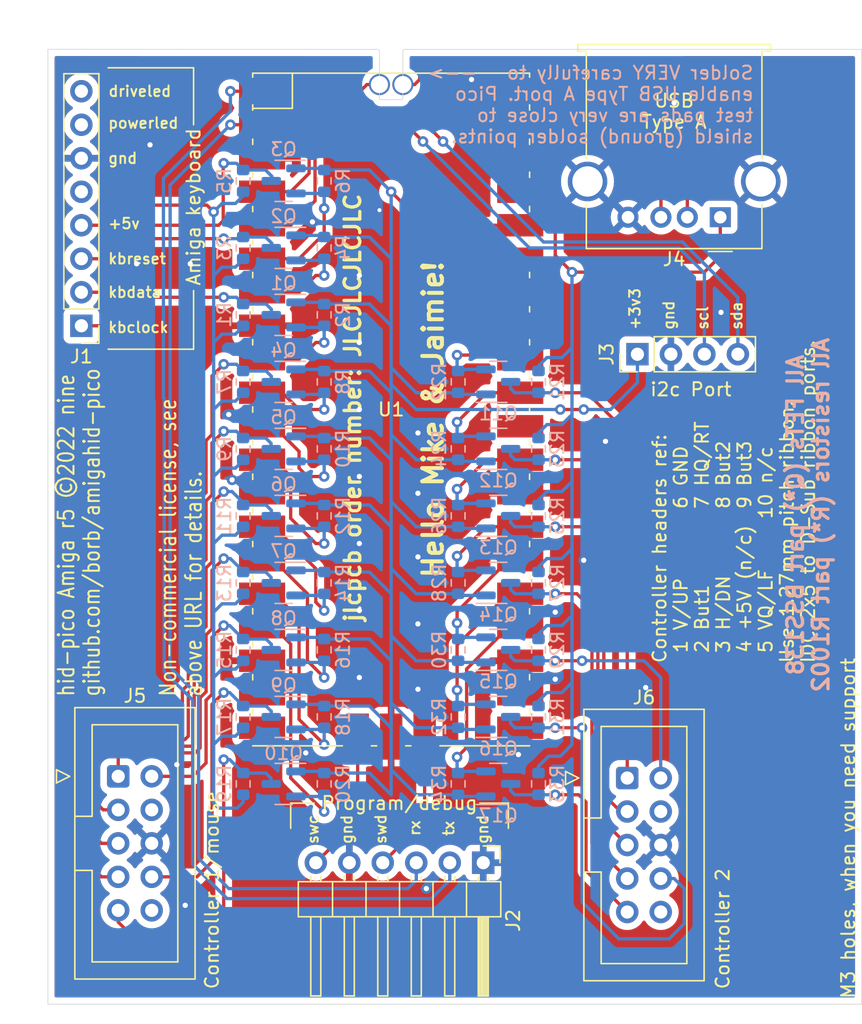
<source format=kicad_pcb>
(kicad_pcb (version 20211014) (generator pcbnew)
  (layers (0 "F.Cu" signal) (31 "B.Cu" signal) (34 "B.Paste" user) (35 "F.Paste" user) (36 "B.SilkS" user "B.Silkscreen") (37 "F.SilkS" user "F.Silkscreen") (38 "B.Mask" user) (39 "F.Mask" user) (44 "Edge.Cuts" user))
  (property "TITLE" "amiga keyboard adapter")
  (net 0 "")
  (net 2 "/kbclock")
  (net 3 "/kbdata")
  (net 4 "/kbreset")
  (net 5 "+5V")
  (net 6 "GND")
  (net 7 "/kbpowerled")
  (net 8 "/kbdriveled")
  (net 9 "/uart tx")
  (net 10 "/uart rx")
  (net 11 "/swdio")
  (net 12 "/swclk")
  (net 13 "/i2c scl")
  (net 14 "/i2c sda")
  (net 15 "/usb d-")
  (net 16 "/usb d+")
  (net 17 "/cont1 v")
  (net 18 "/cont1 b1")
  (net 19 "/cont1 h")
  (net 21 "/cont1 vq")
  (net 22 "/cont1 hq")
  (net 23 "/cont1 b2")
  (net 24 "/cont1 b3")
  (net 26 "/cont2 v")
  (net 27 "/cont2 b1")
  (net 28 "/cont2 h")
  (net 30 "/cont2 vq")
  (net 31 "/cont2 hq")
  (net 32 "/cont2 b2")
  (net 33 "/cont2 b3")
  (net 35 "/lkbclock")
  (net 36 "/lkbdata")
  (net 37 "/lkbreset")
  (net 38 "/lcont1 v")
  (net 39 "/lcont1 h")
  (net 40 "/lcont1 vq")
  (net 41 "/lcont1 hq")
  (net 42 "/lcont1 b1")
  (net 43 "/lcont1 b2")
  (net 44 "/lcont1 b3")
  (net 45 "/lcont2 v")
  (net 46 "/lcont2 h")
  (net 47 "/lcont2 vq")
  (net 48 "/lcont2 hq")
  (net 49 "/lcont2 b1")
  (net 50 "/lcont2 b2")
  (net 51 "/lcont2 b3")
  (net 58 "+3V3")
  (footprint "Connector_IDC:IDC-Header_2x05_P2.54mm_Vertical" (layer "F.Cu") (at 125.984 99.568)
    (fp_text reference "J5")
    (fp_text value "Controller 1")
  )
  (footprint "Connector_PinHeader_2.54mm:PinHeader_1x08_P2.54mm_Vertical" (layer "F.Cu") (at 123.19 65.405 180)
    (fp_text reference "J1")
    (fp_text value "Amiga Keyboard")
  )
  (footprint "Connector_IDC:IDC-Header_2x05_P2.54mm_Vertical" (layer "F.Cu") (at 164.592 99.695)
    (fp_text reference "J6")
    (fp_text value "Controller 2")
  )
  (footprint "Connector_PinHeader_2.54mm:PinHeader_1x06_P2.54mm_Horizontal" (layer "F.Cu") (at 153.67 106.115 -90)
    (fp_text reference "J2")
    (fp_text value "Debug/programming")
  )
  (footprint "Connector_PinHeader_2.54mm:PinHeader_1x04_P2.54mm_Vertical" (layer "F.Cu") (at 165.364 67.564 90)
    (fp_text reference "J3")
    (fp_text value "i2c header")
  )
  (footprint "Connector_USB:USB_A_Molex_67643_Horizontal" (layer "F.Cu") (at 171.648 57.176 180)
    (fp_text reference "J4")
    (fp_text value "USB_A")
  )
  (footprint "MCU_RaspberryPi_and_Boards:RPi_Pico_SMD_TH" (layer "F.Cu") (at 146.685 71.755)
    (fp_text reference "U1")
    (fp_text value "Pico")
  )
  (footprint "Resistor_SMD:R_0603_1608Metric" (layer "B.Cu") (at 157.861 84.9 90)
    (fp_text reference "R27")
    (fp_text value "R1002")
  )
  (footprint "Package_TO_SOT_SMD:SOT-23" (layer "B.Cu") (at 154.813 100.14)
    (fp_text reference "Q17")
    (fp_text value "BSS138")
  )
  (footprint "Package_TO_SOT_SMD:SOT-23" (layer "B.Cu") (at 138.527375 74.742 180)
    (fp_text reference "Q5")
    (fp_text value "BSS138")
  )
  (footprint "Resistor_SMD:R_0603_1608Metric" (layer "B.Cu") (at 141.605 89.982 90)
    (fp_text reference "R16")
    (fp_text value "R1002")
  )
  (footprint "Package_TO_SOT_SMD:SOT-23" (layer "B.Cu") (at 138.527375 100.142 180)
    (fp_text reference "Q10")
    (fp_text value "BSS138")
  )
  (footprint "Resistor_SMD:R_0603_1608Metric" (layer "B.Cu") (at 141.605 95.062 90)
    (fp_text reference "R18")
    (fp_text value "R1002")
  )
  (footprint "Resistor_SMD:R_0603_1608Metric" (layer "B.Cu") (at 135.4605 64.582 -90)
    (fp_text reference "R1")
    (fp_text value "R1002")
  )
  (footprint "Resistor_SMD:R_0603_1608Metric" (layer "B.Cu") (at 135.4605 89.982 -90)
    (fp_text reference locked "R15")
    (fp_text value "R1002")
  )
  (footprint "Package_TO_SOT_SMD:SOT-23" (layer "B.Cu") (at 138.527375 84.902 180)
    (fp_text reference "Q7")
    (fp_text value "BSS138")
  )
  (footprint "Resistor_SMD:R_0603_1608Metric" (layer "B.Cu") (at 141.605 79.822 90)
    (fp_text reference "R12")
    (fp_text value "R1002")
  )
  (footprint "Resistor_SMD:R_0603_1608Metric" (layer "B.Cu") (at 141.605 54.422 90)
    (fp_text reference "R6")
    (fp_text value "R1002")
  )
  (footprint "Resistor_SMD:R_0603_1608Metric" (layer "B.Cu") (at 135.4605 74.742 -90)
    (fp_text reference "R9")
    (fp_text value "R1002")
  )
  (footprint "Resistor_SMD:R_0603_1608Metric" (layer "B.Cu") (at 151.765 84.9 -90)
    (fp_text reference "R28")
    (fp_text value "R1002")
  )
  (footprint "Resistor_SMD:R_0603_1608Metric" (layer "B.Cu") (at 141.605 84.902 90)
    (fp_text reference "R14")
    (fp_text value "R1002")
  )
  (footprint "Resistor_SMD:R_0603_1608Metric" (layer "B.Cu") (at 141.605 100.142 90)
    (fp_text reference "R20")
    (fp_text value "R1002")
  )
  (footprint "Resistor_SMD:R_0603_1608Metric" (layer "B.Cu") (at 135.4605 95.062 -90)
    (fp_text reference "R17")
    (fp_text value "R1002")
  )
  (footprint "Resistor_SMD:R_0603_1608Metric" (layer "B.Cu") (at 141.605 69.662 90)
    (fp_text reference "R8")
    (fp_text value "R1002")
  )
  (footprint "Resistor_SMD:R_0603_1608Metric" (layer "B.Cu") (at 151.765 95.06 -90)
    (fp_text reference "R32")
    (fp_text value "R1002")
  )
  (footprint "Resistor_SMD:R_0603_1608Metric" (layer "B.Cu") (at 157.861 89.98 90)
    (fp_text reference "R29")
    (fp_text value "R1002")
  )
  (footprint "Package_TO_SOT_SMD:SOT-23" (layer "B.Cu") (at 138.527375 89.982 180)
    (fp_text reference "Q8")
    (fp_text value "BSS138")
  )
  (footprint "Resistor_SMD:R_0603_1608Metric" (layer "B.Cu") (at 151.765 79.82 -90)
    (fp_text reference "R26")
    (fp_text value "R1002")
  )
  (footprint "Resistor_SMD:R_0603_1608Metric" (layer "B.Cu") (at 157.861 74.74 90)
    (fp_text reference "R23")
    (fp_text value "R1002")
  )
  (footprint "Resistor_SMD:R_0603_1608Metric" (layer "B.Cu") (at 141.605 64.582 90)
    (fp_text reference "R2")
    (fp_text value "R1002")
  )
  (footprint "Resistor_SMD:R_0603_1608Metric" (layer "B.Cu") (at 135.4605 69.662 -90)
    (fp_text reference "R7")
    (fp_text value "R1002")
  )
  (footprint "Package_TO_SOT_SMD:SOT-23" (layer "B.Cu") (at 138.527375 59.502 180)
    (fp_text reference "Q2")
    (fp_text value "BSS138")
  )
  (footprint "Resistor_SMD:R_0603_1608Metric" (layer "B.Cu") (at 151.765 69.66 -90)
    (fp_text reference "R22")
    (fp_text value "R1002")
  )
  (footprint "Package_TO_SOT_SMD:SOT-23" (layer "B.Cu") (at 138.527375 54.422 180)
    (fp_text reference "Q3")
    (fp_text value "BSS138")
  )
  (footprint "Resistor_SMD:R_0603_1608Metric" (layer "B.Cu") (at 141.605 74.742 90)
    (fp_text reference "R10")
    (fp_text value "R1002")
  )
  (footprint "Resistor_SMD:R_0603_1608Metric" (layer "B.Cu") (at 157.861 69.66 90)
    (fp_text reference "R21")
    (fp_text value "R1002")
  )
  (footprint "Package_TO_SOT_SMD:SOT-23" (layer "B.Cu") (at 154.813 95.06)
    (fp_text reference "Q16")
    (fp_text value "BSS138")
  )
  (footprint "Resistor_SMD:R_0603_1608Metric" (layer "B.Cu") (at 135.4605 100.142 -90)
    (fp_text reference "R19")
    (fp_text value "R1002")
  )
  (footprint "Resistor_SMD:R_0603_1608Metric" (layer "B.Cu") (at 135.4605 54.422 -90)
    (fp_text reference "R5")
    (fp_text value "R1002")
  )
  (footprint "Package_TO_SOT_SMD:SOT-23" (layer "B.Cu") (at 154.813 79.82)
    (fp_text reference "Q13")
    (fp_text value "BSS138")
  )
  (footprint "Resistor_SMD:R_0603_1608Metric" (layer "B.Cu") (at 157.861 95.06 90)
    (fp_text reference "R31")
    (fp_text value "R1002")
  )
  (footprint "Package_TO_SOT_SMD:SOT-23" (layer "B.Cu") (at 138.527375 95.062 180)
    (fp_text reference "Q9")
    (fp_text value "BSS138")
  )
  (footprint "Resistor_SMD:R_0603_1608Metric" (layer "B.Cu") (at 135.4605 79.822 -90)
    (fp_text reference "R11")
    (fp_text value "R1002")
  )
  (footprint "Resistor_SMD:R_0603_1608Metric" (layer "B.Cu") (at 135.4605 59.502 -90)
    (fp_text reference "R3")
    (fp_text value "R1002")
  )
  (footprint "Package_TO_SOT_SMD:SOT-23" (layer "B.Cu") (at 154.813 89.98)
    (fp_text reference "Q15")
    (fp_text value "BSS138")
  )
  (footprint "Package_TO_SOT_SMD:SOT-23" (layer "B.Cu") (at 154.813 69.66)
    (fp_text reference "Q11")
    (fp_text value "BSS138")
  )
  (footprint "Resistor_SMD:R_0603_1608Metric" (layer "B.Cu") (at 151.765 89.98 -90)
    (fp_text reference "R30")
    (fp_text value "R1002")
  )
  (footprint "Package_TO_SOT_SMD:SOT-23" (layer "B.Cu") (at 138.527375 69.662 180)
    (fp_text reference "Q4")
    (fp_text value "BSS138")
  )
  (footprint "Resistor_SMD:R_0603_1608Metric" (layer "B.Cu") (at 141.605 59.502 90)
    (fp_text reference "R4")
    (fp_text value "R1002")
  )
  (footprint "Resistor_SMD:R_0603_1608Metric" (layer "B.Cu") (at 135.4605 84.902 -90)
    (fp_text reference "R13")
    (fp_text value "R1002")
  )
  (footprint "Package_TO_SOT_SMD:SOT-23" (layer "B.Cu") (at 138.527375 64.582 180)
    (fp_text reference "Q1")
    (fp_text value "BSS138")
  )
  (footprint "Resistor_SMD:R_0603_1608Metric" (layer "B.Cu") (at 151.765 74.74 -90)
    (fp_text reference "R24")
    (fp_text value "R1002")
  )
  (footprint "Resistor_SMD:R_0603_1608Metric" (layer "B.Cu") (at 157.861 79.82 90)
    (fp_text reference "R25")
    (fp_text value "R1002")
  )
  (footprint "Resistor_SMD:R_0603_1608Metric" (layer "B.Cu") (at 151.765 100.14 -90)
    (fp_text reference "R34")
    (fp_text value "R1002")
  )
  (footprint "Package_TO_SOT_SMD:SOT-23" (layer "B.Cu") (at 138.527375 79.822 180)
    (fp_text reference "Q6")
    (fp_text value "BSS138")
  )
  (footprint "Package_TO_SOT_SMD:SOT-23" (layer "B.Cu") (at 154.813 84.9)
    (fp_text reference "Q14")
    (fp_text value "BSS138")
  )
  (footprint "Package_TO_SOT_SMD:SOT-23" (layer "B.Cu") (at 154.813 74.74)
    (fp_text reference "Q12")
    (fp_text value "BSS138")
  )
  (footprint "Resistor_SMD:R_0603_1608Metric" (layer "B.Cu") (at 157.861 100.14 90)
    (fp_text reference "R33")
    (fp_text value "R1002")
  )
  (gr_line (start 139.065 101.6) (end 139.065 103.505) (layer "F.SilkS") (width 0.12))
  (gr_line (start 131.699 45.847) (end 131.699 50.165) (layer "F.SilkS") (width 0.12))
  (gr_line (start 153.416 101.6) (end 155.575 101.6) (layer "F.SilkS") (width 0.12))
  (gr_line (start 131.699 67.183) (end 131.699 62.738) (layer "F.SilkS") (width 0.12))
  (gr_line (start 125.222 45.847) (end 131.699 45.847) (layer "F.SilkS") (width 0.12))
  (gr_line (start 140.843 101.6) (end 139.065 101.6) (layer "F.SilkS") (width 0.12))
  (gr_line (start 125.222 67.183) (end 131.699 67.183) (layer "F.SilkS") (width 0.12))
  (gr_line (start 155.575 101.6) (end 155.575 103.505) (layer "F.SilkS") (width 0.12))
  (gr_line (start 145.923 48.26) (end 147.447 48.26) (layer "Edge.Cuts") (width 0.05))
  (gr_line (start 140.589 44.45) (end 145.669 44.45) (layer "Edge.Cuts") (width 0.05))
  (gr_arc (start 147.574 44.577) (mid 147.611197 44.487197) (end 147.701 44.45) (layer "Edge.Cuts") (width 0.05))
  (gr_arc (start 145.923 48.26) (mid 145.833197 48.222803) (end 145.796 48.133) (layer "Edge.Cuts") (width 0.05))
  (gr_arc (start 147.574 48.133) (mid 147.536803 48.222803) (end 147.447 48.26) (layer "Edge.Cuts") (width 0.05))
  (gr_line (start 145.796 44.577) (end 145.796 48.133) (layer "Edge.Cuts") (width 0.05))
  (gr_line (start 120.65 116.84) (end 182.372 116.84) (layer "Edge.Cuts") (width 0.05))
  (gr_line (start 147.574 48.133) (end 147.574 44.577) (layer "Edge.Cuts") (width 0.05))
  (gr_line (start 140.589 44.45) (end 120.65 44.447398) (layer "Edge.Cuts") (width 0.05))
  (gr_line (start 182.372 44.45) (end 147.701 44.45) (layer "Edge.Cuts") (width 0.05))
  (gr_arc (start 145.669 44.45) (mid 145.758803 44.487197) (end 145.796 44.577) (layer "Edge.Cuts") (width 0.05))
  (gr_line (start 182.372 44.45) (end 182.372 116.84) (layer "Edge.Cuts") (width 0.05))
  (gr_line (start 120.65 116.84) (end 120.65 44.447398) (layer "Edge.Cuts") (width 0.05))
  (gr_text "All FETs (Q*) part BSS138\nAll resistors (R*) part R1002" (at 178.308 79.756 90) (layer "B.SilkS") (effects (font (size 1.2 1.2) (thickness 0.25)) (justify mirror)))
  (gr_text "Solder VERY carefully to   -->\nenable USB Type A port. Pico\ntest pads are very close to\nshield (ground) solder points." (at 174.244 48.641) (layer "B.SilkS") (effects (font (size 1 1)) (justify left mirror)))
  (gr_text "powerled" (at 127.889 50.038) (layer "F.SilkS") (effects (font (size 0.8 0.8))))
  (gr_text "\n 6 GND\n 7 HQ/RT\n 8 But2\n 9 But3\n10 n/c" (at 171.069 80.137 90) (layer "F.SilkS") (effects (font (size 1 1)) (justify left)))
  (gr_text "Controller 1/mouse" (at 133.096 108.196428 90) (layer "F.SilkS") (effects (font (size 1 1))))
  (gr_text "kbdata" (at 127.241381 62.865) (layer "F.SilkS") (effects (font (size 0.8 0.8))))
  (gr_text "driveled" (at 125.166381 47.625) (layer "F.SilkS") (effects (font (size 0.8 0.8)) (justify left)))
  (gr_text "Controller headers ref:\n 1 V/UP\n 2 But1\n 3 H/DN\n 4 +5V (n/c)\n 5 VQ/LF\nUse 1.27mm pitch ribbon.\nIDC 2x5 to D-Sub ribbon ports." (at 172.679 91.059 90) (layer "F.SilkS") (effects (font (size 1 1)) (justify left)))
  (gr_text "i2c Port" (at 169.418 70.231) (layer "F.SilkS") (effects (font (size 1 1))))
  (gr_text "hid-pico Amiga r5 ©️2022 nine\ngithub.com/borb/amigahid-pico\n\n\nNon-commercial license, see\nabove URL for details." (at 126.873 93.599 90) (layer "F.SilkS") (effects (font (size 1.2 1)) (justify left)))
  (gr_text "M3 holes, when you need support" (at 181.356 103.505 90) (layer "F.SilkS") (effects (font (size 1 1))))
  (gr_text "+3v3\n\ngnd\n\nscl\n\nsda" (at 169.037 65.786 90) (layer "F.SilkS") (effects (font (size 0.8 0.8)) (justify left)))
  (gr_text "Amiga keyboard" (at 131.699 56.388 90) (layer "F.SilkS") (effects (font (size 1 1))))
  (gr_text "Controller 2" (at 171.831 111.125 90) (layer "F.SilkS") (effects (font (size 1 1))))
  (gr_text "Program/debug" (at 147.32 101.6) (layer "F.SilkS") (effects (font (size 1 1))))
  (gr_text "+5v" (at 126.422333 57.658) (layer "F.SilkS") (effects (font (size 0.8 0.8))))
  (gr_text "Hello Mike & Jaimie!" (at 149.86 72.517 90) (layer "F.SilkS") (effects (font (size 1.5 1.5) (thickness 0.3))))
  (gr_text "kbreset" (at 127.412809 60.325) (layer "F.SilkS") (effects (font (size 0.8 0.8))))
  (gr_text "jlcpcb order number: JLCJLCJLCJLC" (at 143.764 71.628 90) (layer "F.SilkS") (effects (font (size 1.2 1.2) (thickness 0.25))))
  (gr_text "gnd" (at 126.327095 52.705) (layer "F.SilkS") (effects (font (size 0.8 0.8))))
  (gr_text "USB\nType A" (at 168.148 49.149) (layer "F.SilkS") (effects (font (size 1 1))))
  (gr_text "swc\n\ngnd\n\nswd\n\n rx\n\n tx\n\ngnd" (at 147.193 104.775 90) (layer "F.SilkS") (effects (font (size 0.8 0.8)) (justify left)))
  (gr_text "kbclock" (at 127.508047 65.532) (layer "F.SilkS") (effects (font (size 0.8 0.8))))
  (segment (start 133.985 63.246) (end 125.984 63.246) (width 0.25) (layer "F.Cu") (net 2))
  (segment (start 125.222 65.405) (end 123.19 65.405) (width 0.25) (layer "F.Cu") (net 2))
  (segment (start 125.73 64.897) (end 125.222 65.405) (width 0.25) (layer "F.Cu") (net 2))
  (segment (start 125.984 63.246) (end 125.73 63.5) (width 0.25) (layer "F.Cu") (net 2))
  (segment (start 125.73 63.5) (end 125.73 64.897) (width 0.25) (layer "F.Cu") (net 2))
  (via (at 133.985 63.246) (size 0.8) (drill 0.4) (layers "F.Cu" "B.Cu") (net 2))
  (segment (start 134.9495 63.246) (end 135.4605 63.757) (width 0.25) (layer "B.Cu") (net 2))
  (segment (start 137.19875 63.757) (end 135.48375 63.757) (width 0.25) (layer "B.Cu") (net 2))
  (segment (start 137.59425 64.1525) (end 137.19875 63.757) (width 0.25) (layer "B.Cu") (net 2))
  (segment (start 133.985 63.246) (end 134.9495 63.246) (width 0.25) (layer "B.Cu") (net 2))
  (segment (start 137.59425 64.582) (end 137.59425 64.1525) (width 0.25) (layer "B.Cu") (net 2))
  (segment (start 125.222 62.865) (end 123.19 62.865) (width 0.25) (layer "F.Cu") (net 3))
  (segment (start 133.985 58.801) (end 126.492 58.801) (width 0.25) (layer "F.Cu") (net 3))
  (segment (start 126.492 58.801) (end 125.73 59.563) (width 0.25) (layer "F.Cu") (net 3))
  (segment (start 125.73 62.357) (end 125.222 62.865) (width 0.25) (layer "F.Cu") (net 3))
  (segment (start 125.73 59.563) (end 125.73 62.357) (width 0.25) (layer "F.Cu") (net 3))
  (via (at 133.985 58.801) (size 0.8) (drill 0.4) (layers "F.Cu" "B.Cu") (net 3))
  (segment (start 135.3365 58.801) (end 135.4605 58.677) (width 0.25) (layer "B.Cu") (net 3))
  (segment (start 133.985 58.801) (end 135.3365 58.801) (width 0.25) (layer "B.Cu") (net 3))
  (segment (start 137.1595 58.677) (end 137.6335 59.151) (width 0.25) (layer "B.Cu") (net 3))
  (segment (start 137.6335 59.151) (end 137.6335 59.502) (width 0.25) (layer "B.Cu") (net 3))
  (segment (start 135.523 58.677) (end 137.1595 58.677) (width 0.25) (layer "B.Cu") (net 3))
  (segment (start 133.604 57.785) (end 126.746 57.785) (width 0.25) (layer "F.Cu") (net 4))
  (segment (start 126.746 57.785) (end 125.222 59.309) (width 0.25) (layer "F.Cu") (net 4))
  (segment (start 125.222 59.309) (end 125.222 59.944) (width 0.25) (layer "F.Cu") (net 4))
  (segment (start 124.841 60.325) (end 123.19 60.325) (width 0.25) (layer "F.Cu") (net 4))
  (segment (start 125.222 59.944) (end 124.841 60.325) (width 0.25) (layer "F.Cu") (net 4))
  (segment (start 133.947511 57.441489) (end 133.604 57.785) (width 0.25) (layer "F.Cu") (net 4))
  (segment (start 133.947511 53.123489) (end 133.947511 57.441489) (width 0.25) (layer "F.Cu") (net 4))
  (segment (start 133.985 53.086) (end 133.947511 53.123489) (width 0.25) (layer "F.Cu") (net 4))
  (via (at 133.985 53.086) (size 0.8) (drill 0.4) (layers "F.Cu" "B.Cu") (net 4))
  (segment (start 137.1595 53.597) (end 137.6335 54.071) (width 0.25) (layer "B.Cu") (net 4))
  (segment (start 133.985 53.086) (end 134.9495 53.086) (width 0.25) (layer "B.Cu") (net 4))
  (segment (start 137.6335 54.071) (end 137.6335 54.422) (width 0.25) (layer "B.Cu") (net 4))
  (segment (start 134.9495 53.086) (end 135.4605 53.597) (width 0.25) (layer "B.Cu") (net 4))
  (segment (start 135.523 53.597) (end 137.1595 53.597) (width 0.25) (layer "B.Cu") (net 4))
  (segment (start 143.764 45.974) (end 143.764 49.276) (width 0.25) (layer "F.Cu") (net 5))
  (segment (start 125.349 57.785) (end 126.873 56.261) (width 0.25) (layer "F.Cu") (net 5))
  (segment (start 149.352 49.53) (end 149.606 49.276) (width 0.25) (layer "F.Cu") (net 5))
  (segment (start 171.648 60.127) (end 171.648 57.176) (width 0.25) (layer "F.Cu") (net 5))
  (segment (start 160.401 61.341) (end 170.434 61.341) (width 0.25) (layer "F.Cu") (net 5))
  (segment (start 159.131 48.387) (end 159.131 60.071) (width 0.25) (layer "F.Cu") (net 5))
  (segment (start 149.606 49.276) (end 149.606 48.006) (width 0.25) (layer "F.Cu") (net 5))
  (segment (start 149.606 48.006) (end 149.987 47.625) (width 0.25) (layer "F.Cu") (net 5))
  (segment (start 158.369 47.625) (end 159.131 48.387) (width 0.25) (layer "F.Cu") (net 5))
  (segment (start 143.764 49.276) (end 144.018 49.53) (width 0.25) (layer "F.Cu") (net 5))
  (segment (start 126.873 56.261) (end 132.715 56.261) (width 0.25) (layer "F.Cu") (net 5))
  (segment (start 155.575 47.625) (end 158.369 47.625) (width 0.25) (layer "F.Cu") (net 5))
  (segment (start 144.018 49.53) (end 149.352 49.53) (width 0.25) (layer "F.Cu") (net 5))
  (segment (start 123.19 57.785) (end 125.349 57.785) (width 0.25) (layer "F.Cu") (net 5))
  (segment (start 132.715 56.261) (end 133.223 56.769) (width 0.25) (layer "F.Cu") (net 5))
  (segment (start 170.434 61.341) (end 171.648 60.127) (width 0.25) (layer "F.Cu") (net 5))
  (segment (start 126.873 56.261) (end 126.873 46.736) (width 0.25) (layer "F.Cu") (net 5))
  (segment (start 159.131 60.071) (end 160.401 61.341) (width 0.25) (layer "F.Cu") (net 5))
  (segment (start 143.256 45.466) (end 143.764 45.974) (width 0.25) (layer "F.Cu") (net 5))
  (segment (start 128.143 45.466) (end 143.256 45.466) (width 0.25) (layer "F.Cu") (net 5))
  (segment (start 126.873 46.736) (end 128.143 45.466) (width 0.25) (layer "F.Cu") (net 5))
  (segment (start 149.987 47.625) (end 155.575 47.625) (width 0.25) (layer "F.Cu") (net 5))
  (via (at 160.401 61.341) (size 0.8) (drill 0.4) (layers "F.Cu" "B.Cu") (net 5))
  (via (at 133.223 56.769) (size 0.8) (drill 0.4) (layers "F.Cu" "B.Cu") (net 5))
  (segment (start 159.639 77.978) (end 160.401 77.216) (width 0.25) (layer "B.Cu") (net 5))
  (segment (start 157.861 73.915) (end 157.861 73.533) (width 0.25) (layer "B.Cu") (net 5))
  (segment (start 159.639 72.898) (end 160.401 72.136) (width 0.25) (layer "B.Cu") (net 5))
  (segment (start 133.223 101.6) (end 133.223 56.769) (width 0.25) (layer "B.Cu") (net 5))
  (segment (start 135.4605 70.5335) (end 134.874 71.12) (width 0.25) (layer "B.Cu") (net 5))
  (segment (start 135.4605 95.9335) (end 134.874 96.52) (width 0.25) (layer "B.Cu") (net 5))
  (segment (start 133.858 76.2) (end 133.223 76.835) (width 0.25) (layer "B.Cu") (net 5))
  (segment (start 133.858 96.52) (end 133.223 97.155) (width 0.25) (layer "B.Cu") (net 5))
  (segment (start 135.4605 65.4535) (end 134.874 66.04) (width 0.25) (layer "B.Cu") (net 5))
  (segment (start 133.858 81.28) (end 133.223 81.915) (width 0.25) (layer "B.Cu") (net 5))
  (segment (start 157.861 89.155) (end 157.861 88.773) (width 0.25) (layer "B.Cu") (net 5))
  (segment (start 134.874 81.28) (end 133.858 81.28) (width 0.25) (layer "B.Cu") (net 5))
  (segment (start 134.874 56.134) (end 133.858 56.134) (width 0.25) (layer "B.Cu") (net 5))
  (segment (start 158.496 67.818) (end 159.639 67.818) (width 0.25) (layer "B.Cu") (net 5))
  (segment (start 158.496 93.218) (end 159.639 93.218) (width 0.25) (layer "B.Cu") (net 5))
  (segment (start 135.001 101.981) (end 133.604 101.981) (width 0.25) (layer "B.Cu") (net 5))
  (segment (start 158.496 88.138) (end 159.639 88.138) (width 0.25) (layer "B.Cu") (net 5))
  (segment (start 159.639 83.058) (end 160.401 82.296) (width 0.25) (layer "B.Cu") (net 5))
  (segment (start 158.496 83.058) (end 159.639 83.058) (width 0.25) (layer "B.Cu") (net 5))
  (segment (start 157.861 78.613) (end 158.496 77.978) (width 0.25) (layer "B.Cu") (net 5))
  (segment (start 133.604 101.981) (end 133.223 101.6) (width 0.25) (layer "B.Cu") (net 5))
  (segment (start 135.4605 75.6135) (end 134.874 76.2) (width 0.25) (layer "B.Cu") (net 5))
  (segment (start 159.639 67.818) (end 160.401 67.056) (width 0.25) (layer "B.Cu") (net 5))
  (segment (start 134.874 60.96) (end 133.858 60.96) (width 0.25) (layer "B.Cu") (net 5))
  (segment (start 157.861 68.453) (end 158.496 67.818) (width 0.25) (layer "B.Cu") (net 5))
  (segment (start 135.4605 100.967) (end 135.4605 101.5215) (width 0.25) (layer "B.Cu") (net 5))
  (segment (start 134.874 91.44) (end 133.858 91.44) (width 0.25) (layer "B.Cu") (net 5))
  (segment (start 157.861 98.806) (end 157.861 99.315) (width 0.25) (layer "B.Cu") (net 5))
  (segment (start 135.4605 101.5215) (end 135.001 101.981) (width 0.25) (layer "B.Cu") (net 5))
  (segment (start 133.858 56.134) (end 133.223 56.769) (width 0.25) (layer "B.Cu") (net 5))
  (segment (start 158.623 98.044) (end 157.861 98.806) (width 0.25) (layer "B.Cu") (net 5))
  (segment (start 135.4605 55.5475) (end 134.874 56.134) (width 0.25) (layer "B.Cu") (net 5))
  (segment (start 157.861 73.533) (end 158.496 72.898) (width 0.25) (layer "B.Cu") (net 5))
  (segment (start 157.861 84.075) (end 157.861 83.693) (width 0.25) (layer "B.Cu") (net 5))
  (segment (start 135.4605 80.6935) (end 134.874 81.28) (width 0.25) (layer "B.Cu") (net 5))
  (segment (start 159.639 88.138) (end 160.401 87.376) (width 0.25) (layer "B.Cu") (net 5))
  (segment (start 133.858 91.44) (end 133.223 92.075) (width 0.25) (layer "B.Cu") (net 5))
  (segment (start 157.861 78.995) (end 157.861 78.613) (width 0.25) (layer "B.Cu") (net 5))
  (segment (start 157.861 93.853) (end 158.496 93.218) (width 0.25) (layer "B.Cu") (net 5))
  (segment (start 133.858 86.487) (end 133.223 87.122) (width 0.25) (layer "B.Cu") (net 5))
  (segment (start 157.861 83.693) (end 158.496 83.058) (width 0.25) (layer "B.Cu") (net 5))
  (segment (start 134.874 86.487) (end 133.858 86.487) (width 0.25) (layer "B.Cu") (net 5))
  (segment (start 135.4605 90.8535) (end 134.874 91.44) (width 0.25) (layer "B.Cu") (net 5))
  (segment (start 159.512 98.044) (end 158.623 98.044) (width 0.25) (layer "B.Cu") (net 5))
  (segment (start 135.4605 85.9005) (end 134.874 86.487) (width 0.25) (layer "B.Cu") (net 5))
  (segment (start 134.874 96.52) (end 133.858 96.52) (width 0.25) (layer "B.Cu") (net 5))
  (segment (start 160.401 61.341) (end 160.401 92.456) (width 0.25) (layer "B.Cu") (net 5))
  (segment (start 133.858 66.04) (end 133.223 66.675) (width 0.25) (layer "B.Cu") (net 5))
  (segment (start 134.874 76.2) (end 133.858 76.2) (width 0.25) (layer "B.Cu") (net 5))
  (segment (start 160.401 92.456) (end 160.401 97.155) (width 0.25) (layer "B.Cu") (net 5))
  (segment (start 159.639 93.218) (end 160.401 92.456) (width 0.25) (layer "B.Cu") (net 5))
  (segment (start 157.861 68.835) (end 157.861 68.453) (width 0.25) (layer "B.Cu") (net 5))
  (segment (start 158.496 77.978) (end 159.639 77.978) (width 0.25) (layer "B.Cu") (net 5))
  (segment (start 133.858 60.96) (end 133.223 61.595) (width 0.25) (layer "B.Cu") (net 5))
  (segment (start 157.861 94.235) (end 157.861 93.853) (width 0.25) (layer "B.Cu") (net 5))
  (segment (start 134.874 66.04) (end 133.858 66.04) (width 0.25) (layer "B.Cu") (net 5))
  (segment (start 133.858 71.12) (end 133.223 71.755) (width 0.25) (layer "B.Cu") (net 5))
  (segment (start 135.4605 60.3735) (end 134.874 60.96) (width 0.25) (layer "B.Cu") (net 5))
  (segment (start 134.874 71.12) (end 133.858 71.12) (width 0.25) (layer "B.Cu") (net 5))
  (segment (start 157.861 88.773) (end 158.496 88.138) (width 0.25) (layer "B.Cu") (net 5))
  (segment (start 158.496 72.898) (end 159.639 72.898) (width 0.25) (layer "B.Cu") (net 5))
  (segment (start 135.4605 55.247) (end 135.4605 55.5475) (width 0.25) (layer "B.Cu") (net 5))
  (segment (start 160.401 97.155) (end 159.512 98.044) (width 0.25) (layer "B.Cu") (net 5))
  (segment (start 134.62 77.089) (end 136.779 77.089) (width 0.25) (layer "F.Cu") (net 6))
  (segment (start 136.779 77.089) (end 137.795 78.105) (width 0.25) (layer "F.Cu") (net 6))
  (via (at 159.131 87.122) (size 0.8) (drill 0.4) (layers "F.Cu" "B.Cu") (net 6))
  (via (at 168.148 48.514) (size 0.8) (drill 0.4) (layers "F.Cu" "B.Cu") (net 6))
  (via (at 149.352 108.077) (size 0.8) (drill 0.4) (layers "F.Cu" "B.Cu") (net 6))
  (via (at 134.62 77.089) (size 0.8) (drill 0.4) (layers "F.Cu" "B.Cu") (net 6))
  (via (at 131.445 60.706) (size 0.8) (drill 0.4) (layers "F.Cu" "B.Cu") (net 6))
  (via (at 145.796 56.642) (size 0.5) (drill 0.3) (layers "F.Cu" "B.Cu") (net 6))
  (via (at 144.272 92.075) (size 0.8) (drill 0.4) (layers "F.Cu" "B.Cu") (net 6))
  (via (at 144.272 61.595) (size 0.8) (drill 0.4) (layers "F.Cu" "B.Cu") (net 6))
  (via (at 162.941 74.168) (size 0.8) (drill 0.4) (layers "F.Cu" "B.Cu") (net 6))
  (via (at 144.272 71.755) (size 0.8) (drill 0.4) (layers "F.Cu" "B.Cu") (net 6))
  (via (at 156.337 97.917) (size 0.8) (drill 0.4) (layers "F.Cu" "B.Cu") (net 6))
  (via (at 148.717 92.964) (size 0.8) (drill 0.4) (layers "F.Cu" "B.Cu") (net 6))
  (via (at 148.717 73.533) (size 0.8) (drill 0.4) (layers "F.Cu" "B.Cu") (net 6))
  (via (at 144.272 66.675) (size 0.8) (drill 0.4) (layers "F.Cu" "B.Cu") (net 6))
  (via (at 144.272 86.995) (size 0.8) (drill 0.4) (layers "F.Cu" "B.Cu") (net 6))
  (via (at 144.272 81.915) (size 0.8) (drill 0.4) (layers "F.Cu" "B.Cu") (net 6))
  (via (at 128.397 51.689) (size 0.8) (drill 0.4) (layers "F.Cu" "B.Cu") (net 6))
  (via (at 131.064 109.347) (size 0.8) (drill 0.4) (layers "F.Cu" "B.Cu") (net 6))
  (via (at 159.131 92.202) (size 0.8) (drill 0.4) (layers "F.Cu" "B.Cu") (net 6))
  (via (at 171.704 64.389) (size 0.8) (drill 0.4) (layers "F.Cu" "B.Cu") (net 6))
  (via (at 140.716 57.531) (size 0.8) (drill 0.4) (layers "F.Cu" "B.Cu") (net 6))
  (via (at 134.366 72.136) (size 0.8) (drill 0.4) (layers "F.Cu" "B.Cu") (net 6))
  (via (at 161.29 83.185) (size 0.8) (drill 0.4) (layers "F.Cu" "B.Cu") (net 6))
  (via (at 140.208 97.79) (size 0.8) (drill 0.4) (layers "F.Cu" "B.Cu") (net 6))
  (via (at 148.717 82.931) (size 0.8) (drill 0.4) (layers "F.Cu" "B.Cu") (net 6))
  (via (at 130.429 98.679) (size 0.8) (drill 0.4) (layers "F.Cu" "B.Cu") (net 6))
  (via (at 148.717 88.011) (size 0.8) (drill 0.4) (layers "F.Cu" "B.Cu") (net 6))
  (via (at 148.717 78.105) (size 0.8) (drill 0.4) (layers "F.Cu" "B.Cu") (net 6))
  (via (at 165.989 92.837) (size 0.8) (drill 0.4) (layers "F.Cu" "B.Cu") (net 6))
  (via (at 152.781 46.736) (size 0.8) (drill 0.4) (layers "F.Cu" "B.Cu") (net 6))
  (via (at 144.272 76.835) (size 0.8) (drill 0.4) (layers "F.Cu" "B.Cu") (net 6))
  (via (at 127.381 60.706) (size 0.8) (drill 0.4) (layers "F.Cu" "B.Cu") (net 6))
  (segment (start 134.493 47.625) (end 137.795 47.625) (width 0.25) (layer "F.Cu") (net 9))
  (via (at 134.493 47.625) (size 0.8) (drill 0.4) (layers "F.Cu" "B.Cu") (net 9))
  (segment (start 149.733 108.839) (end 151.13 107.442) (width 0.25) (layer "B.Cu") (net 9))
  (segment (start 134.239 108.839) (end 149.733 108.839) (width 0.25) (layer "B.Cu") (net 9))
  (segment (start 134.493 47.625) (end 134.493 49.140386) (width 0.25) (layer "B.Cu") (net 9))
  (segment (start 129.47148 70.92448) (end 129.47148 91.62548) (width 0.25) (layer "B.Cu") (net 9))
  (segment (start 134.493 49.140386) (end 129.413 54.220386) (width 0.25) (layer "B.Cu") (net 9))
  (segment (start 131.63048 106.23048) (end 134.239 108.839) (width 0.25) (layer "B.Cu") (net 9))
  (segment (start 151.13 107.442) (end 151.13 106.115) (width 0.25) (layer "B.Cu") (net 9))
  (segment (start 129.413 70.866) (end 129.47148 70.92448) (width 0.25) (layer "B.Cu") (net 9))
  (segment (start 129.413 54.220386) (end 129.413 70.866) (width 0.25) (layer "B.Cu") (net 9))
  (segment (start 131.63048 93.78448) (end 131.63048 106.23048) (width 0.25) (layer "B.Cu") (net 9))
  (segment (start 129.47148 91.62548) (end 131.63048 93.78448) (width 0.25) (layer "B.Cu") (net 9))
  (segment (start 134.493 50.165) (end 137.795 50.165) (width 0.25) (layer "F.Cu") (net 10))
  (via (at 134.493 50.165) (size 0.8) (drill 0.4) (layers "F.Cu" "B.Cu") (net 10))
  (segment (start 132.08 93.472) (end 132.08 105.791) (width 0.25) (layer "B.Cu") (net 10))
  (segment (start 148.59 107.442) (end 148.59 106.115) (width 0.25) (layer "B.Cu") (net 10))
  (segment (start 129.921 91.313) (end 132.08 93.472) (width 0.25) (layer "B.Cu") (net 10))
  (segment (start 134.493 50.165) (end 129.921 54.737) (width 0.25) (layer "B.Cu") (net 10))
  (segment (start 132.08 105.791) (end 134.366 108.077) (width 0.25) (layer "B.Cu") (net 10))
  (segment (start 134.366 108.077) (end 147.955 108.077) (width 0.25) (layer "B.Cu") (net 10))
  (segment (start 129.921 54.737) (end 129.921 91.313) (width 0.25) (layer "B.Cu") (net 10))
  (segment (start 147.955 108.077) (end 148.59 107.442) (width 0.25) (layer "B.Cu") (net 10))
  (segment (start 149.225 95.655) (end 149.225 102.94) (width 0.25) (layer "F.Cu") (net 11))
  (segment (start 149.225 102.94) (end 146.05 106.115) (width 0.25) (layer "F.Cu") (net 11))
  (segment (start 144.145 102.94) (end 144.145 95.655) (width 0.25) (layer "F.Cu") (net 12))
  (segment (start 140.97 106.115) (end 144.145 102.94) (width 0.25) (layer "F.Cu") (net 12))
  (segment (start 141.537198 50.48752) (end 148.15052 50.48752) (width 0.25) (layer "F.Cu") (net 13))
  (segment (start 148.15052 50.48752) (end 149.098 51.435) (width 0.25) (layer "F.Cu") (net 13))
  (segment (start 137.795 57.785) (end 139.065 57.785) (width 0.25) (layer "F.Cu") (net 13))
  (segment (start 139.065 57.785) (end 140.91152 55.93848) (width 0.25) (layer "F.Cu") (net 13))
  (segment (start 140.91152 51.113198) (end 141.537198 50.48752) (width 0.25) (layer "F.Cu") (net 13))
  (segment (start 140.91152 55.93848) (end 140.91152 51.113198) (width 0.25) (layer "F.Cu") (net 13))
  (via (at 149.098 51.435) (size 0.8) (drill 0.4) (layers "F.Cu" "B.Cu") (net 13))
  (segment (start 149.098 51.435) (end 157.16752 59.50452) (width 0.25) (layer "B.Cu") (net 13))
  (segment (start 170.444 61.41952) (end 170.444 67.564) (width 0.25) (layer "B.Cu") (net 13))
  (segment (start 157.16752 59.50452) (end 168.529 59.50452) (width 0.25) (layer "B.Cu") (net 13))
  (segment (start 168.529 59.50452) (end 170.444 61.41952) (width 0.25) (layer "B.Cu") (net 13))
  (segment (start 137.795 55.245) (end 139.065 55.245) (width 0.25) (layer "F.Cu") (net 14))
  (segment (start 139.065 55.245) (end 140.462 53.848) (width 0.25) (layer "F.Cu") (net 14))
  (segment (start 140.462 50.927) (end 141.351 50.038) (width 0.25) (layer "F.Cu") (net 14))
  (segment (start 149.225 50.038) (end 150.622 51.435) (width 0.25) (layer "F.Cu") (net 14))
  (segment (start 141.351 50.038) (end 149.225 50.038) (width 0.25) (layer "F.Cu") (net 14))
  (segment (start 140.462 53.848) (end 140.462 50.927) (width 0.25) (layer "F.Cu") (net 14))
  (via (at 150.622 51.435) (size 0.8) (drill 0.4) (layers "F.Cu" "B.Cu") (net 14))
  (segment (start 158.242 59.055) (end 168.783 59.055) (width 0.25) (layer "B.Cu") (net 14))
  (segment (start 168.783 59.055) (end 172.984 63.256) (width 0.25) (layer "B.Cu") (net 14))
  (segment (start 172.984 63.256) (end 172.984 67.564) (width 0.25) (layer "B.Cu") (net 14))
  (segment (start 150.622 51.435) (end 158.242 59.055) (width 0.25) (layer "B.Cu") (net 14))
  (segment (start 148.844 45.847) (end 148.844 46.736) (width 0.25) (layer "F.Cu") (net 15))
  (segment (start 169.148 46.466) (end 167.894 45.212) (width 0.25) (layer "F.Cu") (net 15))
  (segment (start 149.479 45.212) (end 148.844 45.847) (width 0.25) (layer "F.Cu") (net 15))
  (segment (start 148.463 47.117) (end 147.828 47.117) (width 0.25) (layer "F.Cu") (net 15))
  (segment (start 167.894 45.212) (end 149.479 45.212) (width 0.25) (layer "F.Cu") (net 15))
  (segment (start 148.844 46.736) (end 148.463 47.117) (width 0.25) (layer "F.Cu") (net 15))
  (segment (start 169.148 57.176) (end 169.148 46.466) (width 0.25) (layer "F.Cu") (net 15))
  (via (at 147.574 47.117) (size 1.6) (drill 1.3) (layers "F.Cu" "B.Cu") (net 15))
  (segment (start 166.497 45.974) (end 151.002283 45.974) (width 0.25) (layer "F.Cu") (net 16))
  (segment (start 144.21352 48.96352) (end 144.21352 47.752) (width 0.25) (layer "F.Cu") (net 16))
  (segment (start 151.002283 45.974) (end 149.15648 47.819802) (width 0.25) (layer "F.Cu") (net 16))
  (segment (start 149.15648 48.895) (end 148.971 49.08048) (width 0.25) (layer "F.Cu") (net 16))
  (segment (start 144.33048 49.08048) (end 144.21352 48.96352) (width 0.25) (layer "F.Cu") (net 16))
  (segment (start 144.84852 47.117) (end 145.64648 47.117) (width 0.25) (layer "F.Cu") (net 16))
  (segment (start 167.148 57.176) (end 167.148 46.625) (width 0.25) (layer "F.Cu") (net 16))
  (segment (start 145.161 47.117) (end 145.67148 47.117) (width 0.2) (layer "F.Cu") (net 16))
  (segment (start 149.15648 47.819802) (end 149.15648 48.895) (width 0.25) (layer "F.Cu") (net 16))
  (segment (start 148.971 49.08048) (end 144.33048 49.08048) (width 0.25) (layer "F.Cu") (net 16))
  (segment (start 167.148 46.625) (end 166.497 45.974) (width 0.25) (layer "F.Cu") (net 16))
  (segment (start 144.21352 47.752) (end 144.84852 47.117) (width 0.25) (layer "F.Cu") (net 16))
  (via (at 145.796 47.117) (size 1.6) (drill 1.3) (layers "F.Cu" "B.Cu") (net 16))
  (segment (start 133.985 83.058) (end 133.096 83.947) (width 0.25) (layer "F.Cu") (net 17))
  (segment (start 131.81596 97.79) (end 126.365 97.79) (width 0.25) (layer "F.Cu") (net 17))
  (segment (start 133.096 88.391282) (end 132.64648 88.840803) (width 0.25) (layer "F.Cu") (net 17))
  (segment (start 125.984 98.171) (end 125.984 99.568) (width 0.25) (layer "F.Cu") (net 17))
  (segment (start 133.096 83.947) (end 133.096 88.391282) (width 0.25) (layer "F.Cu") (net 17))
  (segment (start 132.19696 97.409) (end 131.81596 97.79) (width 0.25) (layer "F.Cu") (net 17))
  (segment (start 132.64648 88.840803) (end 132.64648 93.158802) (width 0.25) (layer "F.Cu") (net 17))
  (segment (start 126.365 97.79) (end 125.984 98.171) (width 0.25) (layer "F.Cu") (net 17))
  (segment (start 132.19696 93.608323) (end 132.19696 97.409) (width 0.25) (layer "F.Cu") (net 17))
  (segment (start 132.64648 93.158802) (end 132.19696 93.608323) (width 0.25) (layer "F.Cu") (net 17))
  (via (at 133.985 83.058) (size 0.8) (drill 0.4) (layers "F.Cu" "B.Cu") (net 17))
  (segment (start 135.4605 84.0255) (end 135.4605 84.077) (width 0.25) (layer "B.Cu") (net 17))
  (segment (start 134.493 83.058) (end 135.4605 84.0255) (width 0.25) (layer "B.Cu") (net 17))
  (segment (start 135.4605 84.077) (end 137.1755 84.077) (width 0.25) (layer "B.Cu") (net 17))
  (segment (start 137.1755 84.077) (end 137.571 84.4725) (width 0.25) (layer "B.Cu") (net 17))
  (segment (start 133.985 83.058) (end 134.493 83.058) (width 0.25) (layer "B.Cu") (net 17))
  (segment (start 137.571 84.4725) (end 137.571 84.902) (width 0.25) (layer "B.Cu") (net 17))
  (segment (start 133.096 93.345) (end 132.64648 93.79452) (width 0.25) (layer "F.Cu") (net 18))
  (segment (start 133.096 89.027) (end 133.096 93.345) (width 0.25) (layer "F.Cu") (net 18))
  (segment (start 133.985 88.138) (end 133.096 89.027) (width 0.25) (layer "F.Cu") (net 18))
  (segment (start 132.64648 93.79452) (end 132.64648 98.552) (width 0.25) (layer "F.Cu") (net 18))
  (segment (start 132.64648 98.552) (end 131.63048 99.568) (width 0.25) (layer "F.Cu") (net 18))
  (segment (start 131.63048 99.568) (end 128.524 99.568) (width 0.25) (layer "F.Cu") (net 18))
  (via (at 133.985 88.138) (size 0.8) (drill 0.4) (layers "F.Cu" "B.Cu") (net 18))
  (segment (start 137.59425 89.5525) (end 137.59425 89.982) (width 0.25) (layer "B.Cu") (net 18))
  (segment (start 133.985 88.138) (end 134.4415 88.138) (width 0.25) (layer "B.Cu") (net 18))
  (segment (start 134.4415 88.138) (end 135.4605 89.157) (width 0.25) (layer "B.Cu") (net 18))
  (segment (start 137.19875 89.157) (end 137.59425 89.5525) (width 0.25) (layer "B.Cu") (net 18))
  (segment (start 135.48375 89.157) (end 137.19875 89.157) (width 0.25) (layer "B.Cu") (net 18))
  (segment (start 124.968 97.282) (end 124.333 97.917) (width 0.25) (layer "F.Cu") (net 19))
  (segment (start 124.333 97.917) (end 124.333 101.6) (width 0.25) (layer "F.Cu") (net 19))
  (segment (start 133.095641 78.867359) (end 133.095641 83.311641) (width 0.25) (layer "F.Cu") (net 19))
  (segment (start 132.64648 88.205085) (end 132.19696 88.654606) (width 0.25) (layer "F.Cu") (net 19))
  (segment (start 124.841 102.108) (end 125.984 102.108) (width 0.25) (layer "F.Cu") (net 19))
  (segment (start 133.095641 83.311641) (end 132.64648 83.760803) (width 0.25) (layer "F.Cu") (net 19))
  (segment (start 133.985 77.978) (end 133.095641 78.867359) (width 0.25) (layer "F.Cu") (net 19))
  (segment (start 124.333 101.6) (end 124.841 102.108) (width 0.25) (layer "F.Cu") (net 19))
  (segment (start 131.74744 97.10656) (end 131.572 97.282) (width 0.25) (layer "F.Cu") (net 19))
  (segment (start 132.19696 88.654606) (end 132.19696 92.972605) (width 0.25) (layer "F.Cu") (net 19))
  (segment (start 124.968 97.282) (end 131.572 97.282) (width 0.25) (layer "F.Cu") (net 19))
  (segment (start 131.74744 93.422126) (end 131.74744 97.10656) (width 0.25) (layer "F.Cu") (net 19))
  (segment (start 132.19696 92.972605) (end 131.74744 93.422126) (width 0.25) (layer "F.Cu") (net 19))
  (segment (start 132.64648 83.760803) (end 132.64648 88.205085) (width 0.25) (layer "F.Cu") (net 19))
  (via (at 133.985 77.978) (size 0.8) (drill 0.4) (layers "F.Cu" "B.Cu") (net 19))
  (segment (start 137.59425 79.3925) (end 137.59425 79.822) (width 0.25) (layer "B.Cu") (net 19))
  (segment (start 137.19875 78.997) (end 137.59425 79.3925) (width 0.25) (layer "B.Cu") (net 19))
  (segment (start 133.985 77.978) (end 134.62 77.978) (width 0.25) (layer "B.Cu") (net 19))
  (segment (start 135.4605 78.8185) (end 135.4605 78.997) (width 0.25) (layer "B.Cu") (net 19))
  (segment (start 135.48375 78.997) (end 137.19875 78.997) (width 0.25) (layer "B.Cu") (net 19))
  (segment (start 134.62 77.978) (end 135.4605 78.8185) (width 0.25) (layer "B.Cu") (net 19))
  (segment (start 123.825 103.759) (end 124.714 104.648) (width 0.25) (layer "F.Cu") (net 21))
  (segment (start 131.04392 96.774) (end 124.840282 96.774) (width 0.25) (layer "F.Cu") (net 21))
  (segment (start 132.19696 83.574606) (end 132.19696 88.018888) (width 0.25) (layer "F.Cu") (net 21))
  (segment (start 124.714 104.648) (end 125.984 104.648) (width 0.25) (layer "F.Cu") (net 21))
  (segment (start 133.095641 78.231641) (end 132.646121 78.681162) (width 0.25) (layer "F.Cu") (net 21))
  (segment (start 131.747441 92.786407) (end 131.29792 93.235929) (width 0.25) (layer "F.Cu") (net 21))
  (segment (start 132.646121 83.125444) (end 132.19696 83.574606) (width 0.25) (layer "F.Cu") (net 21))
  (segment (start 133.985 73.406) (end 133.095641 74.295359) (width 0.25) (layer "F.Cu") (net 21))
  (segment (start 123.825 97.789282) (end 123.825 103.759) (width 0.25) (layer "F.Cu") (net 21))
  (segment (start 132.19696 88.018888) (end 131.747441 88.468407) (width 0.25) (layer "F.Cu") (net 21))
  (segment (start 132.646121 78.681162) (end 132.646121 83.125444) (width 0.25) (layer "F.Cu") (net 21))
  (segment (start 131.29792 93.235929) (end 131.29792 96.52) (width 0.25) (layer "F.Cu") (net 21))
  (segment (start 131.747441 88.468407) (end 131.747441 92.786407) (width 0.25) (layer "F.Cu") (net 21))
  (segment (start 124.840282 96.774) (end 123.825 97.789282) (width 0.25) (layer "F.Cu") (net 21))
  (segment (start 131.29792 96.52) (end 131.04392 96.774) (width 0.25) (layer "F.Cu") (net 21))
  (segment (start 133.095641 74.295359) (end 133.095641 78.231641) (width 0.25) (layer "F.Cu") (net 21))
  (via (at 133.985 73.406) (size 0.8) (drill 0.4) (layers "F.Cu" "B.Cu") (net 21))
  (segment (start 137.1755 73.917) (end 137.571 74.3125) (width 0.25) (layer "B.Cu") (net 21))
  (segment (start 133.985 73.406) (end 134.9495 73.406) (width 0.25) (layer "B.Cu") (net 21))
  (segment (start 135.4605 73.917) (end 137.1755 73.917) (width 0.25) (layer "B.Cu") (net 21))
  (segment (start 137.571 74.3125) (end 137.571 74.742) (width 0.25) (layer "B.Cu") (net 21))
  (segment (start 134.9495 73.406) (end 135.4605 73.917) (width 0.25) (layer "B.Cu") (net 21))
  (segment (start 124.712564 96.266) (end 123.317 97.661564) (width 0.25) (layer "F.Cu") (net 22))
  (segment (start 133.985 68.326) (end 133.095641 69.215359) (width 0.25) (layer "F.Cu") (net 22))
  (segment (start 132.196602 78.494963) (end 132.196602 82.939247) (width 0.25) (layer "F.Cu") (net 22))
  (segment (start 130.8484 95.885) (end 130.4674 96.266) (width 0.25) (layer "F.Cu") (net 22))
  (segment (start 130.4674 96.266) (end 124.712564 96.266) (width 0.25) (layer "F.Cu") (net 22))
  (segment (start 124.714 107.188) (end 125.984 107.188) (width 0.25) (layer "F.Cu") (net 22))
  (segment (start 133.096 69.215718) (end 133.096 73.659282) (width 0.25) (layer "F.Cu") (net 22))
  (segment (start 123.317 105.791) (end 124.714 107.188) (width 0.25) (layer "F.Cu") (net 22))
  (segment (start 132.646121 78.045444) (end 132.196602 78.494963) (width 0.25) (layer "F.Cu") (net 22))
  (segment (start 131.297921 88.28221) (end 131.297921 92.60021) (width 0.25) (layer "F.Cu") (net 22))
  (segment (start 133.095641 69.215359) (end 133.096 69.215718) (width 0.25) (layer "F.Cu") (net 22))
  (segment (start 123.317 97.661564) (end 123.317 105.791) (width 0.25) (layer "F.Cu") (net 22))
  (segment (start 131.297921 92.60021) (end 130.8484 93.049732) (width 0.25) (layer "F.Cu") (net 22))
  (segment (start 130.8484 93.049732) (end 130.8484 95.885) (width 0.25) (layer "F.Cu") (net 22))
  (segment (start 131.74744 83.388409) (end 131.74744 87.83269) (width 0.25) (layer "F.Cu") (net 22))
  (segment (start 132.646121 74.109162) (end 132.646121 78.045444) (width 0.25) (layer "F.Cu") (net 22))
  (segment (start 132.196602 82.939247) (end 131.74744 83.388409) (width 0.25) (layer "F.Cu") (net 22))
  (segment (start 131.74744 87.83269) (end 131.297921 88.28221) (width 0.25) (layer "F.Cu") (net 22))
  (segment (start 133.096 73.659282) (end 132.646121 74.109162) (width 0.25) (layer "F.Cu") (net 22))
  (via (at 133.985 68.326) (size 0.8) (drill 0.4) (layers "F.Cu" "B.Cu") (net 22))
  (segment (start 137.19875 68.837) (end 137.59425 69.2325) (width 0.25) (layer "B.Cu") (net 22))
  (segment (start 135.48375 68.837) (end 137.19875 68.837) (width 0.25) (layer "B.Cu") (net 22))
  (segment (start 137.59425 69.2325) (end 137.59425 69.662) (width 0.25) (layer "B.Cu") (net 22))
  (segment (start 134.9495 68.326) (end 135.4605 68.837) (width 0.25) (layer "B.Cu") (net 22))
  (segment (start 133.985 68.326) (end 134.9495 68.326) (width 0.25) (layer "B.Cu") (net 22))
  (segment (start 131.953 107.188) (end 128.524 107.188) (width 0.25) (layer "F.Cu") (net 23))
  (segment (start 133.096 106.045) (end 131.953 107.188) (width 0.25) (layer "F.Cu") (net 23))
  (segment (start 133.985 93.218) (end 133.096 94.107) (width 0.25) (layer "F.Cu") (net 23))
  (segment (start 133.096 94.107) (end 133.096 106.045) (width 0.25) (layer "F.Cu") (net 23))
  (via (at 133.985 93.218) (size 0.8) (drill 0.4) (layers "F.Cu" "B.Cu") (net 23))
  (segment (start 135.479375 94.237) (end 137.194375 94.237) (width 0.25) (layer "B.Cu") (net 23))
  (segment (start 134.4415 93.218) (end 135.4605 94.237) (width 0.25) (layer "B.Cu") (net 23))
  (segment (start 133.985 93.218) (end 134.4415 93.218) (width 0.25) (layer "B.Cu") (net 23))
  (segment (start 137.194375 94.237) (end 137.589875 94.6325) (width 0.25) (layer "B.Cu") (net 23))
  (segment (start 137.589875 94.6325) (end 137.589875 95.062) (width 0.25) (layer "B.Cu") (net 23))
  (segment (start 125.984 110.617) (end 125.984 109.728) (width 0.25) (layer "F.Cu") (net 24))
  (segment (start 133.985 110.363) (end 132.969 111.379) (width 0.25) (layer "F.Cu") (net 24))
  (segment (start 133.985 98.298) (end 133.985 110.363) (width 0.25) (layer "F.Cu") (net 24))
  (segment (start 126.746 111.379) (end 125.984 110.617) (width 0.25) (layer "F.Cu") (net 24))
  (segment (start 132.969 111.379) (end 126.746 111.379) (width 0.25) (layer "F.Cu") (net 24))
  (via (at 133.985 98.298) (size 0.8) (drill 0.4) (layers "F.Cu" "B.Cu") (net 24))
  (segment (start 135.4605 99.317) (end 137.1755 99.317) (width 0.25) (layer "B.Cu") (net 24))
  (segment (start 137.571 99.7125) (end 137.571 100.142) (width 0.25) (layer "B.Cu") (net 24))
  (segment (start 137.1755 99.317) (end 137.571 99.7125) (width 0.25) (layer "B.Cu") (net 24))
  (segment (start 134.4415 98.298) (end 135.4605 99.317) (width 0.25) (layer "B.Cu") (net 24))
  (segment (start 133.985 98.298) (end 134.4415 98.298) (width 0.25) (layer "B.Cu") (net 24))
  (segment (start 164.592 73.533) (end 164.592 99.695) (width 0.25) (layer "F.Cu") (net 26))
  (segment (start 159.131 70.485) (end 161.544 70.485) (width 0.25) (layer "F.Cu") (net 26))
  (segment (start 161.544 70.485) (end 164.592 73.533) (width 0.25) (layer "F.Cu") (net 26))
  (via (at 159.131 70.485) (size 0.8) (drill 0.4) (layers "F.Cu" "B.Cu") (net 26))
  (segment (start 157.861 70.485) (end 159.131 70.485) (width 0.25) (layer "B.Cu") (net 26))
  (segment (start 155.7505 70.168) (end 155.7505 69.66) (width 0.25) (layer "B.Cu") (net 26))
  (segment (start 156.0675 70.485) (end 155.7505 70.168) (width 0.25) (layer "B.Cu") (net 26))
  (segment (start 157.861 70.485) (end 156.0675 70.485) (width 0.25) (layer "B.Cu") (net 26))
  (segment (start 159.131 90.805) (end 161.163 90.805) (width 0.25) (layer "F.Cu") (net 27))
  (via (at 159.131 90.805) (size 0.8) (drill 0.4) (layers "F.Cu" "B.Cu") (net 27))
  (via (at 161.163 90.805) (size 0.8) (drill 0.4) (layers "F.Cu" "B.Cu") (net 27))
  (segment (start 167.132 92.075) (end 167.132 99.695) (width 0.25) (layer "B.Cu") (net 27))
  (segment (start 155.7505 90.488) (end 155.7505 89.98) (width 0.25) (layer "B.Cu") (net 27))
  (segment (start 161.163 90.805) (end 165.862 90.805) (width 0.25) (layer "B.Cu") (net 27))
  (segment (start 165.862 90.805) (end 167.132 92.075) (width 0.25) (layer "B.Cu") (net 27))
  (segment (start 157.861 90.805) (end 159.131 90.805) (width 0.25) (layer "B.Cu") (net 27))
  (segment (start 156.0675 90.805) (end 155.7505 90.488) (width 0.25) (layer "B.Cu") (net 27))
  (segment (start 157.861 90.805) (end 156.0675 90.805) (width 0.25) (layer "B.Cu") (net 27))
  (segment (start 164.084 102.235) (end 162.814 100.965) (width 0.25) (layer "F.Cu") (net 28))
  (segment (start 161.925 75.565) (end 159.131 75.565) (width 0.25) (layer "F.Cu") (net 28))
  (segment (start 164.592 102.235) (end 164.084 102.235) (width 0.25) (layer "F.Cu") (net 28))
  (segment (start 162.814 76.454) (end 161.925 75.565) (width 0.25) (layer "F.Cu") (net 28))
  (segment (start 162.814 100.965) (end 162.814 76.454) (width 0.25) (layer "F.Cu") (net 28))
  (via (at 159.131 75.565) (size 0.8) (drill 0.4) (layers "F.Cu" "B.Cu") (net 28))
  (segment (start 155.7505 75.248) (end 155.7505 74.74) (width 0.25) (layer "B.Cu") (net 28))
  (segment (start 157.861 75.565) (end 159.131 75.565) (width 0.25) (layer "B.Cu") (net 28))
  (segment (start 156.0675 75.565) (end 155.7505 75.248) (width 0.25) (layer "B.Cu") (net 28))
  (segment (start 157.861 75.565) (end 156.0675 75.565) (width 0.25) (layer "B.Cu") (net 28))
  (segment (start 159.131 80.645) (end 161.798 80.645) (width 0.25) (layer "F.Cu") (net 30))
  (segment (start 161.798 80.645) (end 162.36448 81.21148) (width 0.25) (layer "F.Cu") (net 30))
  (segment (start 162.36448 81.21148) (end 162.36448 102.54748) (width 0.25) (layer "F.Cu") (net 30))
  (segment (start 162.36448 102.54748) (end 164.592 104.775) (width 0.25) (layer "F.Cu") (net 30))
  (via (at 159.131 80.645) (size 0.8) (drill 0.4) (layers "F.Cu" "B.Cu") (net 30))
  (segment (start 156.0675 80.645) (end 155.7505 80.328) (width 0.25) (layer "B.Cu") (net 30))
  (segment (start 155.7505 80.328) (end 155.7505 79.82) (width 0.25) (layer "B.Cu") (net 30))
  (segment (start 157.861 80.645) (end 159.131 80.645) (width 0.25) (layer "B.Cu") (net 30))
  (segment (start 157.861 80.645) (end 156.0675 80.645) (width 0.25) (layer "B.Cu") (net 30))
  (segment (start 161.91496 86.868) (end 160.77196 85.725) (width 0.25) (layer "F.Cu") (net 31))
  (segment (start 160.77196 85.725) (end 159.131 85.725) (width 0.25) (layer "F.Cu") (net 31))
  (segment (start 164.592 107.315) (end 161.91496 104.63796) (width 0.25) (layer "F.Cu") (net 31))
  (segment (start 161.91496 104.63796) (end 161.91496 86.868) (width 0.25) (layer "F.Cu") (net 31))
  (via (at 159.131 85.725) (size 0.8) (drill 0.4) (layers "F.Cu" "B.Cu") (net 31))
  (segment (start 157.861 85.725) (end 156.0675 85.725) (width 0.25) (layer "B.Cu") (net 31))
  (segment (start 157.861 85.725) (end 159.131 85.725) (width 0.25) (layer "B.Cu") (net 31))
  (segment (start 156.0675 85.725) (end 155.7505 85.408) (width 0.25) (layer "B.Cu") (net 31))
  (segment (start 155.7505 85.408) (end 155.7505 84.9) (width 0.25) (layer "B.Cu") (net 31))
  (segment (start 159.131 95.885) (end 161.163 95.885) (width 0.25) (layer "F.Cu") (net 32))
  (via (at 159.131 95.885) (size 0.8) (drill 0.4) (layers "F.Cu" "B.Cu") (net 32))
  (via (at 161.163 95.885) (size 0.8) (drill 0.4) (layers "F.Cu" "B.Cu") (net 32))
  (segment (start 155.7505 95.568) (end 155.7505 95.06) (width 0.25) (layer "B.Cu") (net 32))
  (segment (start 161.163 109.093) (end 161.163 95.885) (width 0.25) (layer "B.Cu") (net 32))
  (segment (start 156.0675 95.885) (end 155.7505 95.568) (width 0.25) (layer "B.Cu") (net 32))
  (segment (start 157.861 95.885) (end 159.131 95.885) (width 0.25) (layer "B.Cu") (net 32))
  (segment (start 167.132 107.315) (end 168.148 107.315) (width 0.25) (layer "B.Cu") (net 32))
  (segment (start 163.957 111.887) (end 161.163 109.093) (width 0.25) (layer "B.Cu") (net 32))
  (segment (start 168.91 108.077) (end 168.91 110.744) (width 0.25) (layer "B.Cu") (net 32))
  (segment (start 168.148 107.315) (end 168.91 108.077) (width 0.25) (layer "B.Cu") (net 32))
  (segment (start 167.767 111.887) (end 163.957 111.887) (width 0.25) (layer "B.Cu") (net 32))
  (segment (start 157.861 95.885) (end 156.0675 95.885) (width 0.25) (layer "B.Cu") (net 32))
  (segment (start 168.91 110.744) (end 167.767 111.887) (width 0.25) (layer "B.Cu") (net 32))
  (segment (start 161.46544 101.52144) (end 161.46544 106.72844) (width 0.25) (layer "F.Cu") (net 33))
  (segment (start 159.131 100.965) (end 160.909 100.965) (width 0.25) (layer "F.Cu") (net 33))
  (segment (start 160.909 100.965) (end 161.46544 101.52144) (width 0.25) (layer "F.Cu") (net 33))
  (segment (start 161.46544 106.72844) (end 164.592 109.855) (width 0.25) (layer "F.Cu") (net 33))
  (via (at 159.131 100.965) (size 0.8) (drill 0.4) (layers "F.Cu" "B.Cu") (net 33))
  (segment (start 155.7505 100.648) (end 155.7505 100.14) (width 0.25) (layer "B.Cu") (net 33))
  (segment (start 157.861 100.965) (end 156.0675 100.965) (width 0.25) (layer "B.Cu") (net 33))
  (segment (start 156.0675 100.965) (end 155.7505 100.648) (width 0.25) (layer "B.Cu") (net 33))
  (segment (start 157.861 100.965) (end 159.131 100.965) (width 0.25) (layer "B.Cu") (net 33))
  (segment (start 140.97 66.675) (end 141.605 66.675) (width 0.25) (layer "F.Cu") (net 35))
  (segment (start 139.7 67.945) (end 140.97 66.675) (width 0.25) (layer "F.Cu") (net 35))
  (segment (start 137.795 67.945) (end 139.7 67.945) (width 0.25) (layer "F.Cu") (net 35))
  (via (at 141.605 66.675) (size 0.8) (drill 0.4) (layers "F.Cu" "B.Cu") (net 35))
  (segment (start 141.45475 65.532) (end 141.57975 65.407) (width 0.25) (layer "B.Cu") (net 35))
  (segment (start 139.46925 65.532) (end 141.45475 65.532) (width 0.25) (layer "B.Cu") (net 35))
  (segment (start 141.605 66.675) (end 141.605 65.407) (width 0.25) (layer "B.Cu") (net 35))
  (segment (start 140.97 61.595) (end 141.605 61.595) (width 0.25) (layer "F.Cu") (net 36))
  (segment (start 139.7 62.865) (end 140.97 61.595) (width 0.25) (layer "F.Cu") (net 36))
  (segment (start 137.795 62.865) (end 139.7 62.865) (width 0.25) (layer "F.Cu") (net 36))
  (via (at 141.605 61.595) (size 0.8) (drill 0.4) (layers "F.Cu" "B.Cu") (net 36))
  (segment (start 139.5085 60.452) (end 141.4155 60.452) (width 0.25) (layer "B.Cu") (net 36))
  (segment (start 141.605 61.595) (end 141.605 60.327) (width 0.25) (layer "B.Cu") (net 36))
  (segment (start 141.4155 60.452) (end 141.5405 60.327) (width 0.25) (layer "B.Cu") (net 36))
  (segment (start 139.7 60.325) (end 141.605 58.42) (width 0.25) (layer "F.Cu") (net 37))
  (segment (start 141.605 58.42) (end 141.605 56.515) (width 0.25) (layer "F.Cu") (net 37))
  (segment (start 137.795 60.325) (end 139.7 60.325) (width 0.25) (layer "F.Cu") (net 37))
  (via (at 141.605 56.515) (size 0.8) (drill 0.4) (layers "F.Cu" "B.Cu") (net 37))
  (segment (start 139.5085 55.372) (end 141.4155 55.372) (width 0.25) (layer "B.Cu") (net 37))
  (segment (start 141.605 56.515) (end 141.605 55.247) (width 0.25) (layer "B.Cu") (net 37))
  (segment (start 141.4155 55.372) (end 141.5405 55.247) (width 0.25) (layer "B.Cu") (net 37))
  (segment (start 140.97 86.36) (end 141.605 86.995) (width 0.25) (layer "F.Cu") (net 38))
  (segment (start 137.795 80.645) (end 140.97 83.82) (width 0.25) (layer "F.Cu") (net 38))
  (segment (start 140.97 83.82) (end 140.97 86.36) (width 0.25) (layer "F.Cu") (net 38))
  (via (at 141.605 86.995) (size 0.8) (drill 0.4) (layers "F.Cu" "B.Cu") (net 38))
  (segment (start 141.4315 85.852) (end 141.5565 85.727) (width 0.25) (layer "B.Cu") (net 38))
  (segment (start 139.446 85.852) (end 141.4315 85.852) (width 0.25) (layer "B.Cu") (net 38))
  (segment (start 141.605 86.995) (end 141.605 85.727) (width 0.25) (layer "B.Cu") (net 38))
  (segment (start 139.065 76.835) (end 139.065 80.01) (width 0.25) (layer "F.Cu") (net 39))
  (segment (start 139.065 80.01) (end 140.97 81.915) (width 0.25) (layer "F.Cu") (net 39))
  (segment (start 140.97 81.915) (end 141.605 81.915) (width 0.25) (layer "F.Cu") (net 39))
  (segment (start 137.795 75.565) (end 139.065 76.835) (width 0.25) (layer "F.Cu") (net 39))
  (via (at 141.605 81.915) (size 0.8) (drill 0.4) (layers "F.Cu" "B.Cu") (net 39))
  (segment (start 141.605 81.915) (end 141.605 80.647) (width 0.25) (layer "B.Cu") (net 39))
  (segment (start 139.46925 80.772) (end 141.45475 80.772) (width 0.25) (layer "B.Cu") (net 39))
  (segment (start 141.45475 80.772) (end 141.57975 80.647) (width 0.25) (layer "B.Cu") (net 39))
  (segment (start 137.795 73.025) (end 139.7 74.93) (width 0.25) (layer "F.Cu") (net 40))
  (segment (start 140.335 76.835) (end 141.605 76.835) (width 0.25) (layer "F.Cu") (net 40))
  (segment (start 139.7 74.93) (end 139.7 76.2) (width 0.25) (layer "F.Cu") (net 40))
  (segment (start 139.7 76.2) (end 140.335 76.835) (width 0.25) (layer "F.Cu") (net 40))
  (via (at 141.605 76.835) (size 0.8) (drill 0.4) (layers "F.Cu" "B.Cu") (net 40))
  (segment (start 141.605 76.835) (end 141.605 75.567) (width 0.25) (layer "B.Cu") (net 40))
  (segment (start 139.446 75.692) (end 141.4315 75.692) (width 0.25) (layer "B.Cu") (net 40))
  (segment (start 141.4315 75.692) (end 141.5565 75.567) (width 0.25) (layer "B.Cu") (net 40))
  (segment (start 138.43 70.485) (end 139.7 71.755) (width 0.25) (layer "F.Cu") (net 41))
  (segment (start 137.795 70.485) (end 138.43 70.485) (width 0.25) (layer "F.Cu") (net 41))
  (segment (start 139.7 71.755) (end 141.605 71.755) (width 0.25) (layer "F.Cu") (net 41))
  (via (at 141.605 71.755) (size 0.8) (drill 0.4) (layers "F.Cu" "B.Cu") (net 41))
  (segment (start 141.45475 70.612) (end 141.57975 70.487) (width 0.25) (layer "B.Cu") (net 41))
  (segment (start 139.46925 70.612) (end 141.45475 70.612) (width 0.25) (layer "B.Cu") (net 41))
  (segment (start 141.605 71.755) (end 141.605 70.487) (width 0.25) (layer "B.Cu") (net 41))
  (segment (start 140.335 90.805) (end 141.605 92.075) (width 0.25) (layer "F.Cu") (net 42))
  (segment (start 140.335 85.725) (end 140.335 90.805) (width 0.25) (layer "F.Cu") (net 42))
  (segment (start 137.795 83.185) (end 140.335 85.725) (width 0.25) (layer "F.Cu") (net 42))
  (via (at 141.605 92.075) (size 0.8) (drill 0.4) (layers "F.Cu" "B.Cu") (net 42))
  (segment (start 141.605 92.075) (end 141.605 90.807) (width 0.25) (layer "B.Cu") (net 42))
  (segment (start 139.46925 90.932) (end 141.45475 90.932) (width 0.25) (layer "B.Cu") (net 42))
  (segment (start 141.45475 90.932) (end 141.57975 90.807) (width 0.25) (layer "B.Cu") (net 42))
  (segment (start 137.795 85.725) (end 139.7 87.63) (width 0.25) (layer "F.Cu") (net 43))
  (segment (start 139.7 87.63) (end 139.7 95.25) (width 0.25) (layer "F.Cu") (net 43))
  (segment (start 139.7 95.25) (end 141.605 97.155) (width 0.25) (layer "F.Cu") (net 43))
  (via (at 141.605 97.155) (size 0.8) (drill 0.4) (layers "F.Cu" "B.Cu") (net 43))
  (segment (start 139.464875 96.012) (end 141.450375 96.012) (width 0.25) (layer "B.Cu") (net 43))
  (segment (start 141.605 97.155) (end 141.605 95.887) (width 0.25) (layer "B.Cu") (net 43))
  (segment (start 141.450375 96.012) (end 141.575375 95.887) (width 0.25) (layer "B.Cu") (net 43))
  (segment (start 139.065 89.535) (end 139.065 99.695) (width 0.25) (layer "F.Cu") (net 44))
  (segment (start 137.795 88.265) (end 139.065 89.535) (width 0.25) (layer "F.Cu") (net 44))
  (segment (start 139.065 99.695) (end 141.605 102.235) (width 0.25) (layer "F.Cu") (net 44))
  (via (at 141.605 102.235) (size 0.8) (drill 0.4) (layers "F.Cu" "B.Cu") (net 44))
  (segment (start 141.605 102.235) (end 141.605 100.967) (width 0.25) (layer "B.Cu") (net 44))
  (segment (start 139.446 101.092) (end 141.4315 101.092) (width 0.25) (layer "B.Cu") (net 44))
  (segment (start 141.4315 101.092) (end 141.5565 100.967) (width 0.25) (layer "B.Cu") (net 44))
  (segment (start 151.6865 67.628) (end 155.258 67.628) (width 0.25) (layer "F.Cu") (net 45))
  (segment (start 151.6865 67.8665) (end 151.6865 67.628) (width 0.25) (layer "F.Cu") (net 45))
  (segment (start 155.258 67.628) (end 155.575 67.945) (width 0.25) (layer "F.Cu") (net 45))
  (via (at 151.6865 67.628) (size 0.8) (drill 0.4) (layers "F.Cu" "B.Cu") (net 45))
  (segment (start 153.8755 68.71) (end 151.89 68.71) (width 0.25) (layer "B.Cu") (net 45))
  (segment (start 151.89 68.71) (end 151.765 68.835) (width 0.25) (layer "B.Cu") (net 45))
  (segment (start 151.6865 67.628) (end 151.6865 68.7565) (width 0.25) (layer "B.Cu") (net 45))
  (segment (start 151.6865 68.7565) (end 151.765 68.835) (width 0.25) (layer "B.Cu") (net 45))
  (segment (start 151.6865 72.708) (end 153.9095 70.485) (width 0.25) (layer "F.Cu") (net 46))
  (segment (start 153.9095 70.485) (end 155.575 70.485) (width 0.25) (layer "F.Cu") (net 46))
  (via (at 151.6865 72.708) (size 0.8) (drill 0.4) (layers "F.Cu" "B.Cu") (net 46))
  (segment (start 151.89 73.79) (end 151.765 73.915) (width 0.25) (layer "B.Cu") (net 46))
  (segment (start 153.8755 73.79) (end 151.89 73.79) (width 0.25) (layer "B.Cu") (net 46))
  (segment (start 151.6865 72.708) (end 151.6865 73.8365) (width 0.25) (layer "B.Cu") (net 46))
  (segment (start 151.6865 73.8365) (end 151.765 73.915) (width 0.25) (layer "B.Cu") (net 46))
  (segment (start 153.9095 75.565) (end 151.6865 77.788) (width 0.25) (layer "F.Cu") (net 47))
  (segment (start 155.575 75.565) (end 153.9095 75.565) (width 0.25) (layer "F.Cu") (net 47))
  (via (at 151.6865 77.788) (size 0.8) (drill 0.4) (layers "F.Cu" "B.Cu") (net 47))
  (segment (start 151.89 78.87) (end 151.765 78.995) (width 0.25) (layer "B.Cu") (net 47))
  (segment (start 153.8755 78.87) (end 151.89 78.87) (width 0.25) (layer "B.Cu") (net 47))
  (segment (start 151.6865 77.788) (end 151.6865 78.9165) (width 0.25) (layer "B.Cu") (net 47))
  (segment (start 151.6865 78.9165) (end 151.765 78.995) (width 0.25) (layer "B.Cu") (net 47))
  (segment (start 155.575 80.645) (end 153.9095 80.645) (width 0.25) (layer "F.Cu") (net 48))
  (segment (start 153.9095 80.645) (end 151.6865 82.868) (width 0.25) (layer "F.Cu") (net 48))
  (via (at 151.6865 82.868) (size 0.8) (drill 0.4) (layers "F.Cu" "B.Cu") (net 48))
  (segment (start 153.8755 83.95) (end 151.89 83.95) (width 0.25) (layer "B.Cu") (net 48))
  (segment (start 151.6865 83.9965) (end 151.765 84.075) (width 0.25) (layer "B.Cu") (net 48))
  (segment (start 151.89 83.95) (end 151.765 84.075) (width 0.25) (layer "B.Cu") (net 48))
  (segment (start 151.6865 82.868) (end 151.6865 83.9965) (width 0.25) (layer "B.Cu") (net 48))
  (segment (start 151.6865 87.0735) (end 151.6865 87.948) (width 0.25) (layer "F.Cu") (net 49))
  (segment (start 155.575 83.185) (end 151.6865 87.0735) (width 0.25) (layer "F.Cu") (net 49))
  (via (at 151.6865 87.948) (size 0.8) (drill 0.4) (layers "F.Cu" "B.Cu") (net 49))
  (segment (start 153.8755 89.03) (end 151.89 89.03) (width 0.25) (layer "B.Cu") (net 49))
  (segment (start 151.6865 87.948) (end 151.6865 89.0765) (width 0.25) (layer "B.Cu") (net 49))
  (segment (start 151.89 89.03) (end 151.765 89.155) (width 0.25) (layer "B.Cu") (net 49))
  (segment (start 151.6865 89.0765) (end 151.765 89.155) (width 0.25) (layer "B.Cu") (net 49))
  (segment (start 155.575 85.725) (end 151.6865 89.6135) (width 0.25) (layer "F.Cu") (net 50))
  (segment (start 151.6865 89.6135) (end 151.6865 93.028) (width 0.25) (layer "F.Cu") (net 50))
  (via (at 151.6865 93.028) (size 0.8) (drill 0.4) (layers "F.Cu" "B.Cu") (net 50))
  (segment (start 153.8755 94.11) (end 151.89 94.11) (width 0.25) (layer "B.Cu") (net 50))
  (segment (start 151.6865 94.1565) (end 151.765 94.235) (width 0.25) (layer "B.Cu") (net 50))
  (segment (start 151.89 94.11) (end 151.765 94.235) (width 0.25) (layer "B.Cu") (net 50))
  (segment (start 151.6865 93.028) (end 151.6865 94.1565) (width 0.25) (layer "B.Cu") (net 50))
  (segment (start 152.411011 91.428989) (end 152.411011 97.383489) (width 0.25) (layer "F.Cu") (net 51))
  (segment (start 152.411011 97.383489) (end 151.6865 98.108) (width 0.25) (layer "F.Cu") (net 51))
  (segment (start 155.575 88.265) (end 152.411011 91.428989) (width 0.25) (layer "F.Cu") (net 51))
  (via (at 151.6865 98.108) (size 0.8) (drill 0.4) (layers "F.Cu" "B.Cu") (net 51))
  (segment (start 151.6865 98.108) (end 151.6865 99.2365) (width 0.25) (layer "B.Cu") (net 51))
  (segment (start 151.89 99.19) (end 151.765 99.315) (width 0.25) (layer "B.Cu") (net 51))
  (segment (start 151.6865 99.2365) (end 151.765 99.315) (width 0.25) (layer "B.Cu") (net 51))
  (segment (start 153.8755 99.19) (end 151.89 99.19) (width 0.25) (layer "B.Cu") (net 51))
  (segment (start 159.512 71.755) (end 161.29 71.755) (width 0.25) (layer "F.Cu") (net 58))
  (segment (start 149.225 57.785) (end 155.575 57.785) (width 0.25) (layer "F.Cu") (net 58))
  (segment (start 146.685 55.245) (end 149.225 57.785) (width 0.25) (layer "F.Cu") (net 58))
  (via (at 159.512 71.755) (size 0.8) (drill 0.4) (layers "F.Cu" "B.Cu") (net 58))
  (via (at 161.29 71.755) (size 0.8) (drill 0.4) (layers "F.Cu" "B.Cu") (net 58))
  (via (at 146.685 55.245) (size 0.8) (drill 0.4) (layers "F.Cu" "B.Cu") (net 58))
  (segment (start 153.8755 70.61) (end 151.89 70.61) (width 0.25) (layer "B.Cu") (net 58))
  (segment (start 139.446 73.792) (end 141.4315 73.792) (width 0.25) (layer "B.Cu") (net 58))
  (segment (start 141.45475 78.872) (end 141.57975 78.997) (width 0.25) (layer "B.Cu") (net 58))
  (segment (start 141.45475 89.032) (end 141.57975 89.157) (width 0.25) (layer "B.Cu") (net 58))
  (segment (start 145.037 94.237) (end 146.685 95.885) (width 0.25) (layer "B.Cu") (net 58))
  (segment (start 141.605 53.597) (end 145.037 53.597) (width 0.25) (layer "B.Cu") (net 58))
  (segment (start 146.685 100.965) (end 146.685 99.06) (width 0.25) (layer "B.Cu") (net 58))
  (segment (start 145.037 78.997) (end 146.685 80.645) (width 0.25) (layer "B.Cu") (net 58))
  (segment (start 163.322 71.755) (end 165.364 69.713) (width 0.25) (layer "B.Cu") (net 58))
  (segment (start 151.765 80.645) (end 148.59 80.645) (width 0.25) (layer "B.Cu") (net 58))
  (segment (start 146.685 99.06) (end 146.685 95.885) (width 0.25) (layer "B.Cu") (net 58))
  (segment (start 146.685 69.469) (end 146.685 68.58) (width 0.25) (layer "B.Cu") (net 58))
  (segment (start 141.4315 73.792) (end 141.5565 73.917) (width 0.25) (layer "B.Cu") (net 58))
  (segment (start 141.45475 63.632) (end 141.57975 63.757) (width 0.25) (layer "B.Cu") (net 58))
  (segment (start 145.037 63.757) (end 146.685 65.405) (width 0.25) (layer "B.Cu") (net 58))
  (segment (start 153.8755 80.77) (end 151.89 80.77) (width 0.25) (layer "B.Cu") (net 58))
  (segment (start 148.59 75.565) (end 146.685 73.66) (width 0.25) (layer "B.Cu") (net 58))
  (segment (start 141.605 94.237) (end 145.037 94.237) (width 0.25) (layer "B.Cu") (net 58))
  (segment (start 141.605 73.917) (end 145.037 73.917) (width 0.25) (layer "B.Cu") (net 58))
  (segment (start 151.765 75.565) (end 148.59 75.565) (width 0.25) (layer "B.Cu") (net 58))
  (segment (start 153.8755 96.01) (end 151.89 96.01) (width 0.25) (layer "B.Cu") (net 58))
  (segment (start 145.037 68.837) (end 146.685 70.485) (width 0.25) (layer "B.Cu") (net 58))
  (segment (start 141.4155 53.472) (end 141.5405 53.597) (width 0.25) (layer "B.Cu") (net 58))
  (segment (start 151.89 80.77) (end 151.765 80.645) (width 0.25) (layer "B.Cu") (net 58))
  (segment (start 146.685 80.645) (end 146.685 78.74) (width 0.25) (layer "B.Cu") (net 58))
  (segment (start 145.037 73.917) (end 146.685 75.565) (width 0.25) (layer "B.Cu") (net 58))
  (segment (start 139.46925 68.712) (end 141.45475 68.712) (width 0.25) (layer "B.Cu") (net 58))
  (segment (start 145.037 58.677) (end 146.685 60.325) (width 0.25) (layer "B.Cu") (net 58))
  (segment (start 151.765 70.485) (end 148.59 70.485) (width 0.25) (layer "B.Cu") (net 58))
  (segment (start 141.4155 58.552) (end 141.5405 58.677) (width 0.25) (layer "B.Cu") (net 58))
  (segment (start 141.605 68.837) (end 145.037 68.837) (width 0.25) (layer "B.Cu") (net 58))
  (segment (start 145.037 53.597) (end 146.685 55.245) (width 0.25) (layer "B.Cu") (net 58))
  (segment (start 141.605 58.677) (end 145.037 58.677) (width 0.25) (layer "B.Cu") (net 58))
  (segment (start 148.59 70.485) (end 146.685 68.58) (width 0.25) (layer "B.Cu") (net 58))
  (segment (start 139.446 83.952) (end 141.4315 83.952) (width 0.25) (layer "B.Cu") (net 58))
  (segment (start 139.5085 53.472) (end 141.4155 53.472) (width 0.25) (layer "B.Cu") (net 58))
  (segment (start 165.364 69.713) (end 165.364 67.564) (width 0.25) (layer "B.Cu") (net 58))
  (segment (start 153.8755 75.69) (end 151.89 75.69) (width 0.25) (layer "B.Cu") (net 58))
  (segment (start 145.037 89.157) (end 146.685 90.805) (width 0.25) (layer "B.Cu") (net 58))
  (segment (start 151.89 75.69) (end 151.765 75.565) (width 0.25) (layer "B.Cu") (net 58))
  (segment (start 151.765 95.885) (end 148.59 95.885) (width 0.25) (layer "B.Cu") (net 58))
  (segment (start 141.4315 83.952) (end 141.5565 84.077) (width 0.25) (layer "B.Cu") (net 58))
  (segment (start 146.685 75.565) (end 146.685 73.66) (width 0.25) (layer "B.Cu") (net 58))
  (segment (start 153.8755 85.85) (end 151.89 85.85) (width 0.25) (layer "B.Cu") (net 58))
  (segment (start 139.46925 89.032) (end 141.45475 89.032) (width 0.25) (layer "B.Cu") (net 58))
  (segment (start 146.685 65.405) (end 146.685 60.325) (width 0.25) (layer "B.Cu") (net 58))
  (segment (start 151.765 100.965) (end 148.59 100.965) (width 0.25) (layer "B.Cu") (net 58))
  (segment (start 146.685 95.885) (end 146.685 93.98) (width 0.25) (layer "B.Cu") (net 58))
  (segment (start 148.59 85.725) (end 146.685 83.82) (width 0.25) (layer "B.Cu") (net 58))
  (segment (start 145.037 84.077) (end 146.685 85.725) (width 0.25) (layer "B.Cu") (net 58))
  (segment (start 139.446 99.192) (end 141.4315 99.192) (width 0.25) (layer "B.Cu") (net 58))
  (segment (start 148.59 71.755) (end 146.685 69.85) (width 0.25) (layer "B.Cu") (net 58))
  (segment (start 146.685 68.58) (end 146.685 65.405) (width 0.25) (layer "B.Cu") (net 58))
  (segment (start 151.765 90.805) (end 148.59 90.805) (width 0.25) (layer "B.Cu") (net 58))
  (segment (start 139.464875 94.112) (end 141.450375 94.112) (width 0.25) (layer "B.Cu") (net 58))
  (segment (start 141.605 78.997) (end 145.037 78.997) (width 0.25) (layer "B.Cu") (net 58))
  (segment (start 146.685 90.805) (end 146.685 85.725) (width 0.25) (layer "B.Cu") (net 58))
  (segment (start 148.59 95.885) (end 146.685 93.98) (width 0.25) (layer "B.Cu") (net 58))
  (segment (start 141.605 89.157) (end 145.037 89.157) (width 0.25) (layer "B.Cu") (net 58))
  (segment (start 141.605 63.757) (end 145.037 63.757) (width 0.25) (layer "B.Cu") (net 58))
  (segment (start 139.46925 63.632) (end 141.45475 63.632) (width 0.25) (layer "B.Cu") (net 58))
  (segment (start 161.29 71.755) (end 163.322 71.755) (width 0.25) (layer "B.Cu") (net 58))
  (segment (start 151.89 90.93) (end 151.765 90.805) (width 0.25) (layer "B.Cu") (net 58))
  (segment (start 146.685 73.66) (end 146.685 70.485) (width 0.25) (layer "B.Cu") (net 58))
  (segment (start 148.59 100.965) (end 146.685 99.06) (width 0.25) (layer "B.Cu") (net 58))
  (segment (start 146.685 60.325) (end 146.685 55.245) (width 0.25) (layer "B.Cu") (net 58))
  (segment (start 145.037 99.317) (end 146.685 100.965) (width 0.25) (layer "B.Cu") (net 58))
  (segment (start 146.685 78.74) (end 146.685 75.565) (width 0.25) (layer "B.Cu") (net 58))
  (segment (start 141.605 84.077) (end 145.037 84.077) (width 0.25) (layer "B.Cu") (net 58))
  (segment (start 141.605 99.317) (end 145.037 99.317) (width 0.25) (layer "B.Cu") (net 58))
  (segment (start 146.685 85.725) (end 146.685 83.82) (width 0.25) (layer "B.Cu") (net 58))
  (segment (start 151.89 70.61) (end 151.765 70.485) (width 0.25) (layer "B.Cu") (net 58))
  (segment (start 151.89 96.01) (end 151.765 95.885) (width 0.25) (layer "B.Cu") (net 58))
  (segment (start 151.765 85.725) (end 148.59 85.725) (width 0.25) (layer "B.Cu") (net 58))
  (segment (start 146.685 69.85) (end 146.685 69.469) (width 0.25) (layer "B.Cu") (net 58))
  (segment (start 146.685 91.44) (end 146.685 90.805) (width 0.25) (layer "B.Cu") (net 58))
  (segment (start 159.512 71.755) (end 148.59 71.755) (width 0.25) (layer "B.Cu") (net 58))
  (segment (start 141.4315 99.192) (end 141.5565 99.317) (width 0.25) (layer "B.Cu") (net 58))
  (segment (start 153.8755 101.09) (end 151.89 101.09) (width 0.25) (layer "B.Cu") (net 58))
  (segment (start 146.685 93.98) (end 146.685 91.44) (width 0.25) (layer "B.Cu") (net 58))
  (segment (start 141.45475 68.712) (end 141.57975 68.837) (width 0.25) (layer "B.Cu") (net 58))
  (segment (start 151.89 101.09) (end 151.765 100.965) (width 0.25) (layer "B.Cu") (net 58))
  (segment (start 153.8755 90.93) (end 151.89 90.93) (width 0.25) (layer "B.Cu") (net 58))
  (segment (start 148.59 80.645) (end 146.685 78.74) (width 0.25) (layer "B.Cu") (net 58))
  (segment (start 148.59 90.805) (end 146.685 88.9) (width 0.25) (layer "B.Cu") (net 58))
  (segment (start 146.685 70.485) (end 146.685 69.469) (width 0.25) (layer "B.Cu") (net 58))
  (segment (start 139.5085 58.552) (end 141.4155 58.552) (width 0.25) (layer "B.Cu") (net 58))
  (segment (start 146.685 83.82) (end 146.685 80.645) (width 0.25) (layer "B.Cu") (net 58))
  (segment (start 151.89 85.85) (end 151.765 85.725) (width 0.25) (layer "B.Cu") (net 58))
  (segment (start 141.450375 94.112) (end 141.575375 94.237) (width 0.25) (layer "B.Cu") (net 58))
  (segment (start 139.46925 78.872) (end 141.45475 78.872) (width 0.25) (layer "B.Cu") (net 58))
  (zone (net 6) (net_name "GND") (layers F&B.Cu) (connect_pads (clearance 0.508)) (min_thickness 0.254) (fill yes (thermal_gap 0.508) (thermal_bridge_width 0.508))
    (polygon (pts (xy 145.669 48.387) (xy 147.701 48.387) (xy 147.701 44.45) (xy 182.372 44.45) (xy 182.372 116.84) (xy 120.65 116.84) (xy 120.65 44.45) (xy 145.669 44.45)))
  )
)
</source>
